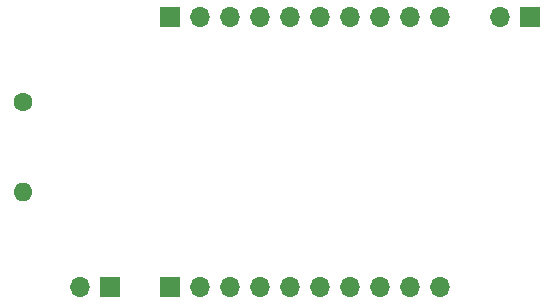
<source format=gbr>
G04 #@! TF.GenerationSoftware,KiCad,Pcbnew,(5.1.7-0-10_14)*
G04 #@! TF.CreationDate,2020-12-22T02:57:25-08:00*
G04 #@! TF.ProjectId,OPL3_breakout,4f504c33-5f62-4726-9561-6b6f75742e6b,1*
G04 #@! TF.SameCoordinates,Original*
G04 #@! TF.FileFunction,Soldermask,Bot*
G04 #@! TF.FilePolarity,Negative*
%FSLAX46Y46*%
G04 Gerber Fmt 4.6, Leading zero omitted, Abs format (unit mm)*
G04 Created by KiCad (PCBNEW (5.1.7-0-10_14)) date 2020-12-22 02:57:25*
%MOMM*%
%LPD*%
G01*
G04 APERTURE LIST*
%ADD10O,1.600000X1.600000*%
%ADD11C,1.600000*%
%ADD12O,1.700000X1.700000*%
%ADD13R,1.700000X1.700000*%
G04 APERTURE END LIST*
D10*
X132800000Y-101220000D03*
D11*
X132800000Y-93600000D03*
D12*
X173240000Y-86400000D03*
D13*
X175780000Y-86400000D03*
D12*
X137680000Y-109200000D03*
D13*
X140220000Y-109200000D03*
D12*
X168160000Y-109200000D03*
X165620000Y-109200000D03*
X163080000Y-109200000D03*
X160540000Y-109200000D03*
X158000000Y-109200000D03*
X155460000Y-109200000D03*
X152920000Y-109200000D03*
X150380000Y-109200000D03*
X147840000Y-109200000D03*
D13*
X145300000Y-109200000D03*
D12*
X168160000Y-86400000D03*
X165620000Y-86400000D03*
X163080000Y-86400000D03*
X160540000Y-86400000D03*
X158000000Y-86400000D03*
X155460000Y-86400000D03*
X152920000Y-86400000D03*
X150380000Y-86400000D03*
X147840000Y-86400000D03*
D13*
X145300000Y-86400000D03*
M02*

</source>
